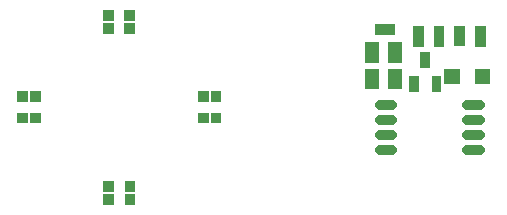
<source format=gts>
G04 Layer: TopSolderMaskLayer*
G04 EasyEDA v6.4.20.5, 2021-09-11T17:11:42--7:00*
G04 59e5e42a4f444d7ea769f532c57b2946,1286d1f709c949e68cfeef46812bcf49,10*
G04 Gerber Generator version 0.2*
G04 Scale: 100 percent, Rotated: No, Reflected: No *
G04 Dimensions in millimeters *
G04 leading zeros omitted , absolute positions ,4 integer and 5 decimal *
%FSLAX45Y45*%
%MOMM*%

%ADD26C,0.8532*%

%LPD*%
D26*
X3442484Y1250518D02*
G01*
X3337486Y1250518D01*
X3442484Y1123518D02*
G01*
X3337486Y1123518D01*
X3442484Y996518D02*
G01*
X3337486Y996518D01*
X3442484Y869518D02*
G01*
X3337486Y869518D01*
X4182488Y1250518D02*
G01*
X4077489Y1250518D01*
X4182488Y1123518D02*
G01*
X4077489Y1123518D01*
X4182488Y996518D02*
G01*
X4077489Y996518D01*
X4182488Y869518D02*
G01*
X4077489Y869518D01*
G36*
X3884929Y1424939D02*
G01*
X3884929Y1554987D01*
X4014977Y1554987D01*
X4014977Y1424939D01*
G37*
G36*
X4145025Y1424939D02*
G01*
X4145025Y1554987D01*
X4275074Y1554987D01*
X4275074Y1424939D01*
G37*
G36*
X3209797Y1607312D02*
G01*
X3209797Y1782571D01*
X3330193Y1782571D01*
X3330193Y1607312D01*
G37*
G36*
X3409950Y1607312D02*
G01*
X3409950Y1782571D01*
X3530091Y1782571D01*
X3530091Y1607312D01*
G37*
G36*
X3587495Y1362455D02*
G01*
X3587495Y1497584D01*
X3667506Y1497584D01*
X3667506Y1362455D01*
G37*
G36*
X3777488Y1362455D02*
G01*
X3777488Y1497584D01*
X3857497Y1497584D01*
X3857497Y1362455D01*
G37*
G36*
X3682491Y1562354D02*
G01*
X3682491Y1697481D01*
X3762502Y1697481D01*
X3762502Y1562354D01*
G37*
G36*
X3795013Y1744979D02*
G01*
X3795013Y1914905D01*
X3884929Y1914905D01*
X3884929Y1744979D01*
G37*
G36*
X3970020Y1747520D02*
G01*
X3970020Y1917445D01*
X4059936Y1917445D01*
X4059936Y1747520D01*
G37*
G36*
X4145025Y1744979D02*
G01*
X4145025Y1914905D01*
X4234941Y1914905D01*
X4234941Y1744979D01*
G37*
G36*
X3294888Y1845055D02*
G01*
X3294888Y1934971D01*
X3465068Y1934971D01*
X3465068Y1845055D01*
G37*
G36*
X3620008Y1744979D02*
G01*
X3620008Y1914905D01*
X3709924Y1914905D01*
X3709924Y1744979D01*
G37*
G36*
X1907286Y1095755D02*
G01*
X1907286Y1186179D01*
X1997709Y1186179D01*
X1997709Y1095755D01*
G37*
G36*
X1797304Y1095755D02*
G01*
X1797304Y1186179D01*
X1887728Y1186179D01*
X1887728Y1095755D01*
G37*
G36*
X1797304Y1278889D02*
G01*
X1797304Y1369060D01*
X1887728Y1369060D01*
X1887728Y1278889D01*
G37*
G36*
X1907286Y1278889D02*
G01*
X1907286Y1369060D01*
X1997709Y1369060D01*
X1997709Y1278889D01*
G37*
G36*
X995934Y404876D02*
G01*
X995934Y495045D01*
X1086104Y495045D01*
X1086104Y404876D01*
G37*
G36*
X995934Y514857D02*
G01*
X995934Y605281D01*
X1086104Y605281D01*
X1086104Y514857D01*
G37*
G36*
X1178813Y514857D02*
G01*
X1178813Y605281D01*
X1269237Y605281D01*
X1269237Y514857D01*
G37*
G36*
X1178813Y404876D02*
G01*
X1178813Y495045D01*
X1269237Y495045D01*
X1269237Y404876D01*
G37*
G36*
X267462Y1278889D02*
G01*
X267462Y1369060D01*
X357631Y1369060D01*
X357631Y1278889D01*
G37*
G36*
X377444Y1278889D02*
G01*
X377444Y1369060D01*
X467613Y1369060D01*
X467613Y1278889D01*
G37*
G36*
X377444Y1095755D02*
G01*
X377444Y1186179D01*
X467613Y1186179D01*
X467613Y1095755D01*
G37*
G36*
X267462Y1095755D02*
G01*
X267462Y1186179D01*
X357631Y1186179D01*
X357631Y1095755D01*
G37*
G36*
X1176273Y1964944D02*
G01*
X1176273Y2055113D01*
X1266697Y2055113D01*
X1266697Y1964944D01*
G37*
G36*
X1176273Y1854707D02*
G01*
X1176273Y1945131D01*
X1266697Y1945131D01*
X1266697Y1854707D01*
G37*
G36*
X993394Y1854707D02*
G01*
X993394Y1945131D01*
X1083563Y1945131D01*
X1083563Y1854707D01*
G37*
G36*
X993394Y1964944D02*
G01*
X993394Y2055113D01*
X1083563Y2055113D01*
X1083563Y1964944D01*
G37*
G36*
X3209797Y1382268D02*
G01*
X3209797Y1557781D01*
X3330193Y1557781D01*
X3330193Y1382268D01*
G37*
G36*
X3409950Y1382268D02*
G01*
X3409950Y1557781D01*
X3530091Y1557781D01*
X3530091Y1382268D01*
G37*
M02*

</source>
